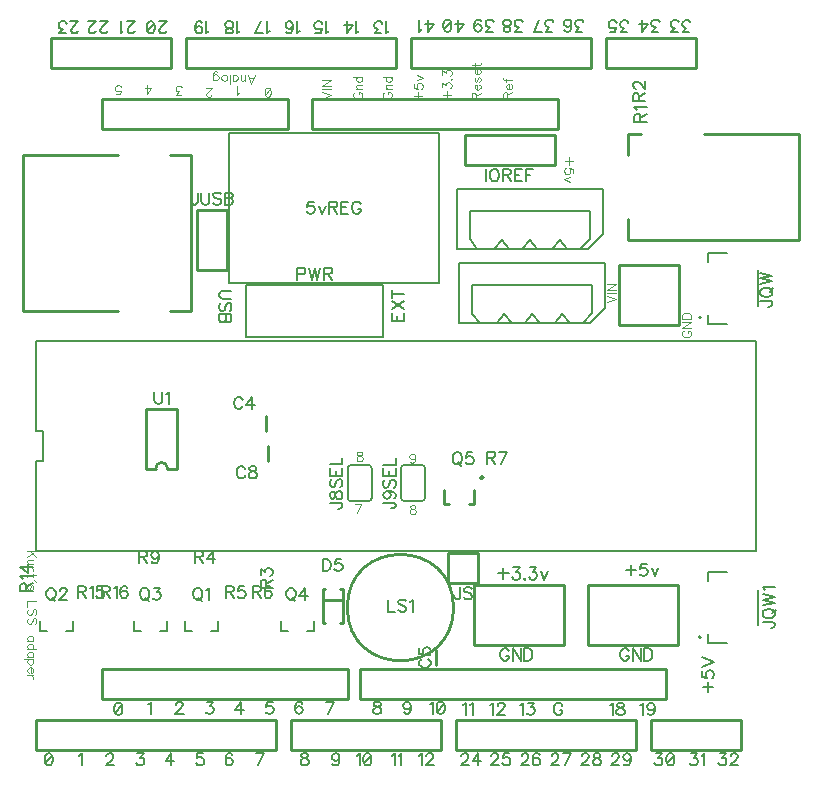
<source format=gto>
G04 DipTrace 3.3.1.3*
G04 T4LSSArduinoShield.gto*
%MOIN*%
G04 #@! TF.FileFunction,Legend,Top*
G04 #@! TF.Part,Single*
%ADD10C,0.009843*%
%ADD21C,0.008*%
%ADD26C,0.005*%
%ADD43C,0.006*%
%ADD124C,0.006176*%
%ADD127C,0.004632*%
%FSLAX26Y26*%
G04*
G70*
G90*
G75*
G01*
G04 TopSilk*
%LPD*%
X1786700Y2024700D2*
D26*
Y2524700D1*
X1086700Y2024700D2*
X1786700D1*
X1086700Y2524700D2*
X1786700D1*
X1086700Y2024700D2*
Y2524700D1*
X1210060Y1583271D2*
D10*
Y1532129D1*
X1778537Y752129D2*
Y803271D1*
X1217060Y1483271D2*
Y1432129D1*
X943700Y2843700D2*
Y2743700D1*
X1643700Y2843700D2*
X943700D1*
X1643700D2*
Y2743700D1*
X943700D1*
X493700Y2843700D2*
Y2743700D1*
X893700Y2843700D2*
X493700D1*
X893700Y2743700D2*
X493700D1*
X893700Y2843700D2*
Y2743700D1*
X443700Y568700D2*
X1243700D1*
X443700Y468700D2*
Y568700D1*
Y468700D2*
X1243700D1*
Y568700D1*
X1793700Y468700D2*
Y568700D1*
X1293700Y468700D2*
X1793700D1*
X1293700Y568700D2*
X1793700D1*
X1293700Y468700D2*
Y568700D1*
X1399235Y891613D2*
Y1005787D1*
X1466165Y891613D2*
Y1005787D1*
X1407133Y891613D2*
X1399235D1*
X1466165D2*
X1458267D1*
X1407133Y1005787D2*
X1399235D1*
X1466165D2*
X1458267D1*
X1466165Y968385D2*
X1399235D1*
X1872830Y2418700D2*
Y2518700D1*
X2172830D1*
Y2418700D2*
Y2518700D1*
X1872830Y2418700D2*
X2172830D1*
X960172Y2453520D2*
Y1933880D1*
X400330D2*
X718432D1*
X891648D2*
X959389D1*
X400330D2*
Y2453520D1*
X718432D1*
X891648D2*
X959389D1*
X1282676Y2539763D2*
X662991D1*
Y2638188D1*
X1282676D1*
Y2539763D1*
X2182676D2*
X1362991D1*
Y2638188D1*
X2182676D1*
Y2539763D1*
X662991Y738188D2*
X1482676D1*
Y639763D1*
X662991D1*
Y738188D1*
X1522991D2*
X2542676D1*
Y639763D1*
X1522991D1*
Y738188D1*
X2416259Y2452996D2*
Y2523872D1*
X2987070Y2169535D2*
X2416201D1*
Y2240410D1*
Y2523872D2*
X2461458D1*
X2670152D2*
X2987070D1*
Y2169535D1*
X1843700Y468700D2*
X2443700D1*
X1843700Y568700D2*
X2443700D1*
X1843700Y468700D2*
Y568700D1*
X2443700Y468700D2*
Y568700D1*
X2493700Y468700D2*
Y568700D1*
X2793700D1*
Y468700D2*
Y568700D1*
X2493700Y468700D2*
X2793700D1*
X2643700Y2843700D2*
Y2743700D1*
X2343700D1*
Y2843700D2*
Y2743700D1*
X2643700Y2843700D2*
X2343700D1*
X2293700D2*
X1693700D1*
X2293700Y2743700D2*
X1693700D1*
X2293700Y2843700D2*
Y2743700D1*
X1693700Y2843700D2*
Y2743700D1*
X1562700Y1408704D2*
D43*
Y1308696D1*
X1482700Y1408704D2*
G02X1492700Y1418700I9997J-1D01*
G01*
Y1298700D2*
G02X1482700Y1308696I-3J9997D01*
G01*
X1552700Y1298700D2*
G03X1562700Y1308696I3J9997D01*
G01*
Y1408704D2*
G03X1552700Y1418700I-9997J-1D01*
G01*
X1492700D1*
X1552700Y1298700D2*
X1492700D1*
X1482700Y1308696D2*
Y1408704D1*
X1740700D2*
Y1308696D1*
X1660700Y1408704D2*
G02X1670700Y1418700I9997J-1D01*
G01*
Y1298700D2*
G02X1660700Y1308696I-3J9997D01*
G01*
X1730700Y1298700D2*
G03X1740700Y1308696I3J9997D01*
G01*
Y1408704D2*
G03X1730700Y1418700I-9997J-1D01*
G01*
X1670700D1*
X1730700Y1298700D2*
X1670700D1*
X1660700Y1308696D2*
Y1408704D1*
X2849800Y1949642D2*
D21*
Y2067758D1*
X2747433Y1890583D2*
X2682475D1*
Y2097287D2*
Y2126817D1*
X2747433D1*
X2682475Y1890583D2*
Y1920113D1*
X2652882Y1910274D2*
G02X2652882Y1910274I4002J0D01*
G01*
X2849800Y884642D2*
Y1002758D1*
X2747433Y825583D2*
X2682475D1*
Y1032287D2*
Y1061817D1*
X2747433D1*
X2682475Y825583D2*
Y855113D1*
X2652882Y845274D2*
G02X2652882Y845274I4002J0D01*
G01*
X1917700Y1125700D2*
D10*
X1817700D1*
X1917700Y1025700D2*
Y1125700D1*
Y1025700D2*
X1817700D1*
Y1125700D1*
X1081700Y2268700D2*
X981700D1*
X1081700Y2068700D2*
Y2268700D1*
Y2068700D2*
X981700D1*
Y2268700D1*
X2392000Y818700D2*
X2583700D1*
X2283700D2*
X2583700D1*
X2283700Y1018700D2*
X2583700D1*
X2283700Y818700D2*
Y1018700D1*
X2583700Y818700D2*
Y1018700D1*
X2012000Y818700D2*
X2203700D1*
X1903700D2*
X2203700D1*
X1903700Y1018700D2*
X2203700D1*
X1903700Y818700D2*
Y1018700D1*
X2203700Y818700D2*
Y1018700D1*
X2385700Y1885700D2*
Y2085700D1*
X2585700Y1885700D2*
X2385700D1*
X2585700Y2085700D2*
X2385700D1*
X2585700Y1885700D2*
Y2085700D1*
X1481535Y943700D2*
G02X1481535Y943700I177165J0D01*
G01*
X2020963Y2139700D2*
D26*
X1995954Y2167700D1*
X1970945Y2139700D1*
X1914688D1*
X1845950D1*
X2333450Y2339700D2*
X1845950D1*
Y2139700D1*
X2064691D2*
X2095940D1*
X2164678D1*
X2214695D1*
X2264713D1*
X2283433D1*
X2333450Y2189700D1*
Y2339700D1*
X2214695Y2139700D2*
X2189686Y2169700D1*
X2164678Y2139700D1*
X2114709D2*
X2089700Y2167700D1*
X2064691Y2139700D1*
X2008434D1*
X1914688D1*
X1889679Y2170960D1*
Y2264700D1*
X2289721D1*
X2289673Y2171700D1*
X2258473Y2139700D1*
X2028963Y1892700D2*
X2003954Y1920700D1*
X1978945Y1892700D1*
X1922688D1*
X1853950D1*
X2341450Y2092700D2*
X1853950D1*
Y1892700D1*
X2072691D2*
X2103940D1*
X2172678D1*
X2222695D1*
X2272713D1*
X2291433D1*
X2341450Y1942700D1*
Y2092700D1*
X2222695Y1892700D2*
X2197686Y1922700D1*
X2172678Y1892700D1*
X2122709D2*
X2097700Y1920700D1*
X2072691Y1892700D1*
X2016434D1*
X1922688D1*
X1897679Y1923960D1*
Y2017700D1*
X2297721D1*
X2297673Y1924700D1*
X2266473Y1892700D1*
X1143763Y2017330D2*
D21*
Y1846070D1*
X1601637D1*
Y2017330D1*
X1143763D1*
X1025793Y866137D2*
X1049414D1*
Y897637D1*
X962804Y866137D2*
X939183D1*
Y897637D1*
X545194Y866137D2*
X568815D1*
Y897637D1*
X482206Y866137D2*
X458585D1*
Y897637D1*
X856793Y866137D2*
X880414D1*
Y897637D1*
X793804Y866137D2*
X770183D1*
Y897637D1*
X1345793Y866137D2*
X1369414D1*
Y897637D1*
X1282804Y866137D2*
X1259183D1*
Y897637D1*
X1925176Y1376661D2*
D10*
G02X1925176Y1376661I4922J0D01*
G01*
X1804075Y1335322D2*
Y1290125D1*
X1904543Y1335322D2*
Y1290125D1*
X1886742D1*
X1821876D2*
X1804075D1*
X913589Y1407273D2*
Y1604127D1*
X811213Y1407273D2*
Y1604127D1*
X913589D2*
X811213D1*
X882095Y1407273D2*
X913589D1*
X842706D2*
X811213D1*
X882095D2*
G03X842706Y1407273I-19694J-9D01*
G01*
X468665Y1433723D2*
D21*
Y1533682D1*
X443700D1*
Y1833700D1*
X2843705D1*
Y1133705D1*
X443700D1*
Y1433723D1*
X468665D1*
X1369904Y2297162D2*
D124*
X1350803D1*
X1348902Y2279962D1*
X1350803Y2281863D1*
X1356551Y2283808D1*
X1362255D1*
X1368003Y2281863D1*
X1371849Y2278060D1*
X1373751Y2272312D1*
Y2268510D1*
X1371849Y2262762D1*
X1368003Y2258915D1*
X1362255Y2257014D1*
X1356551D1*
X1350803Y2258915D1*
X1348902Y2260861D1*
X1346956Y2264663D1*
X1386102Y2283808D2*
X1397598Y2257014D1*
X1409050Y2283808D1*
X1421401Y2278060D2*
X1438601D1*
X1444349Y2280006D1*
X1446295Y2281907D1*
X1448196Y2285710D1*
Y2289556D1*
X1446295Y2293359D1*
X1444349Y2295304D1*
X1438601Y2297206D1*
X1421401D1*
Y2257014D1*
X1434799Y2278060D2*
X1448196Y2257014D1*
X1485397Y2297206D2*
X1460547D1*
Y2257014D1*
X1485397D1*
X1460547Y2278060D2*
X1475846D1*
X1526444Y2287655D2*
X1524543Y2291458D1*
X1520696Y2295304D1*
X1516893Y2297206D1*
X1509244D1*
X1505397Y2295304D1*
X1501595Y2291458D1*
X1499649Y2287655D1*
X1497748Y2281907D1*
Y2272312D1*
X1499649Y2266609D1*
X1501595Y2262762D1*
X1505397Y2258959D1*
X1509244Y2257014D1*
X1516893D1*
X1520696Y2258959D1*
X1524543Y2262762D1*
X1526444Y2266609D1*
Y2272312D1*
X1516893D1*
X1133007Y1636255D2*
X1131106Y1640058D1*
X1127259Y1643905D1*
X1123457Y1645806D1*
X1115807D1*
X1111961Y1643905D1*
X1108158Y1640058D1*
X1106213Y1636255D1*
X1104311Y1630507D1*
Y1620913D1*
X1106213Y1615209D1*
X1108158Y1611362D1*
X1111961Y1607560D1*
X1115807Y1605614D1*
X1123457D1*
X1127259Y1607560D1*
X1131106Y1611362D1*
X1133007Y1615209D1*
X1164504Y1605614D2*
Y1645762D1*
X1145359Y1619011D1*
X1174055D1*
X1729509Y772475D2*
X1725707Y770574D1*
X1721860Y766727D1*
X1719959Y762924D1*
Y755275D1*
X1721860Y751428D1*
X1725707Y747626D1*
X1729509Y745680D1*
X1735257Y743779D1*
X1744852D1*
X1750556Y745680D1*
X1754403Y747626D1*
X1758205Y751428D1*
X1760151Y755275D1*
Y762924D1*
X1758205Y766727D1*
X1754403Y770574D1*
X1750556Y772475D1*
X1720003Y807774D2*
Y788673D1*
X1737203Y786772D1*
X1735302Y788673D1*
X1733356Y794421D1*
Y800125D1*
X1735302Y805873D1*
X1739104Y809720D1*
X1744852Y811621D1*
X1748655D1*
X1754403Y809720D1*
X1758250Y805873D1*
X1760151Y800125D1*
Y794421D1*
X1758250Y788673D1*
X1756304Y786772D1*
X1752502Y784826D1*
X1140980Y1405055D2*
X1139079Y1408857D1*
X1135232Y1412704D1*
X1131429Y1414605D1*
X1123780D1*
X1119933Y1412704D1*
X1116131Y1408857D1*
X1114185Y1405055D1*
X1112284Y1399307D1*
Y1389712D1*
X1114185Y1384008D1*
X1116131Y1380162D1*
X1119933Y1376359D1*
X1123780Y1374413D1*
X1131429D1*
X1135232Y1376359D1*
X1139079Y1380162D1*
X1140980Y1384008D1*
X1162882Y1414561D2*
X1157178Y1412660D1*
X1155233Y1408857D1*
Y1405011D1*
X1157178Y1401208D1*
X1160981Y1399263D1*
X1168630Y1397361D1*
X1174378Y1395460D1*
X1178181Y1391613D1*
X1180082Y1387811D1*
Y1382063D1*
X1178181Y1378260D1*
X1176279Y1376315D1*
X1170531Y1374413D1*
X1162882D1*
X1157178Y1376315D1*
X1155233Y1378260D1*
X1153331Y1382063D1*
Y1387811D1*
X1155233Y1391613D1*
X1159079Y1395460D1*
X1164783Y1397361D1*
X1172433Y1399263D1*
X1176279Y1401208D1*
X1178181Y1405011D1*
Y1408857D1*
X1176279Y1412660D1*
X1170531Y1414561D1*
X1162882D1*
X1399730Y1105704D2*
Y1065512D1*
X1413127D1*
X1418875Y1067457D1*
X1422722Y1071260D1*
X1424623Y1075106D1*
X1426524Y1080810D1*
Y1090405D1*
X1424623Y1096153D1*
X1422722Y1099956D1*
X1418875Y1103802D1*
X1413127Y1105704D1*
X1399730D1*
X1461824Y1105659D2*
X1442722D1*
X1440821Y1088460D1*
X1442722Y1090361D1*
X1448470Y1092306D1*
X1454174D1*
X1459922Y1090361D1*
X1463769Y1086558D1*
X1465670Y1080810D1*
Y1077008D1*
X1463769Y1071260D1*
X1459922Y1067413D1*
X1454174Y1065512D1*
X1448470D1*
X1442722Y1067413D1*
X1440821Y1069358D1*
X1438876Y1073161D1*
X1944560Y2405133D2*
Y2364941D1*
X1968407Y2405133D2*
X1964561Y2403232D1*
X1960758Y2399385D1*
X1958813Y2395582D1*
X1956911Y2389834D1*
Y2380240D1*
X1958813Y2374536D1*
X1960758Y2370689D1*
X1964561Y2366887D1*
X1968407Y2364941D1*
X1976057D1*
X1979859Y2366887D1*
X1983706Y2370689D1*
X1985607Y2374536D1*
X1987509Y2380240D1*
Y2389834D1*
X1985607Y2395582D1*
X1983706Y2399385D1*
X1979859Y2403232D1*
X1976057Y2405133D1*
X1968407D1*
X1999860Y2385988D2*
X2017060D1*
X2022808Y2387933D1*
X2024753Y2389834D1*
X2026655Y2393637D1*
Y2397484D1*
X2024753Y2401286D1*
X2022808Y2403232D1*
X2017060Y2405133D1*
X1999860D1*
Y2364941D1*
X2013257Y2385988D2*
X2026655Y2364941D1*
X2063855Y2405133D2*
X2039006D1*
Y2364941D1*
X2063855D1*
X2039006Y2385988D2*
X2054305D1*
X2101100Y2405133D2*
X2076207D1*
Y2364941D1*
Y2385988D2*
X2091505D1*
X1424122Y1292899D2*
X1454719D1*
X1460467Y1290998D1*
X1462368Y1289052D1*
X1464314Y1285250D1*
Y1281403D1*
X1462368Y1277600D1*
X1460467Y1275699D1*
X1454719Y1273754D1*
X1450916D1*
X1424166Y1314801D2*
X1426067Y1309097D1*
X1429870Y1307152D1*
X1433716D1*
X1437519Y1309097D1*
X1439464Y1312900D1*
X1441366Y1320549D1*
X1443267Y1326297D1*
X1447114Y1330099D1*
X1450916Y1332001D1*
X1456664D1*
X1460467Y1330099D1*
X1462412Y1328198D1*
X1464314Y1322450D1*
Y1314801D1*
X1462412Y1309097D1*
X1460467Y1307151D1*
X1456664Y1305250D1*
X1450916D1*
X1447114Y1307152D1*
X1443267Y1310998D1*
X1441366Y1316702D1*
X1439464Y1324351D1*
X1437519Y1328198D1*
X1433716Y1330099D1*
X1429870D1*
X1426067Y1328198D1*
X1424166Y1322450D1*
Y1314801D1*
X1429870Y1371147D2*
X1426023Y1367344D1*
X1424122Y1361596D1*
Y1353947D1*
X1426023Y1348199D1*
X1429870Y1344352D1*
X1433672D1*
X1437519Y1346298D1*
X1439420Y1348199D1*
X1441321Y1352001D1*
X1445168Y1363497D1*
X1447069Y1367344D1*
X1449015Y1369245D1*
X1452818Y1371147D1*
X1458566D1*
X1462368Y1367344D1*
X1464314Y1361596D1*
Y1353947D1*
X1462368Y1348199D1*
X1458566Y1344352D1*
X1424122Y1408347D2*
Y1383498D1*
X1464314D1*
Y1408347D1*
X1443267Y1383498D2*
Y1398797D1*
X1424122Y1420699D2*
X1464314D1*
Y1443647D1*
X1602122Y1293827D2*
X1632719D1*
X1638467Y1291926D1*
X1640368Y1289981D1*
X1642314Y1286178D1*
Y1282331D1*
X1640368Y1278529D1*
X1638467Y1276628D1*
X1632719Y1274682D1*
X1628916D1*
X1615519Y1331072D2*
X1621267Y1329127D1*
X1625114Y1325324D1*
X1627015Y1319576D1*
Y1317675D1*
X1625114Y1311927D1*
X1621267Y1308124D1*
X1615519Y1306179D1*
X1613618D1*
X1607870Y1308124D1*
X1604067Y1311927D1*
X1602166Y1317675D1*
Y1319576D1*
X1604067Y1325324D1*
X1607870Y1329127D1*
X1615519Y1331072D1*
X1625114D1*
X1634664Y1329127D1*
X1640412Y1325324D1*
X1642314Y1319576D1*
Y1315774D1*
X1640412Y1310025D1*
X1636566Y1308124D1*
X1607870Y1370218D2*
X1604023Y1366416D1*
X1602122Y1360668D1*
Y1353018D1*
X1604023Y1347270D1*
X1607870Y1343424D1*
X1611672D1*
X1615519Y1345369D1*
X1617420Y1347270D1*
X1619321Y1351073D1*
X1623168Y1362569D1*
X1625069Y1366416D1*
X1627015Y1368317D1*
X1630818Y1370218D1*
X1636566D1*
X1640368Y1366416D1*
X1642314Y1360668D1*
Y1353018D1*
X1640368Y1347270D1*
X1636566Y1343424D1*
X1602122Y1407419D2*
Y1382570D1*
X1642314D1*
Y1407419D1*
X1621267Y1382570D2*
Y1397868D1*
X1602122Y1419770D2*
X1642314D1*
Y1442718D1*
X2857547Y1966455D2*
X2888144D1*
X2893892Y1964554D1*
X2895793Y1962609D1*
X2897739Y1958806D1*
Y1954959D1*
X2895793Y1951157D1*
X2893892Y1949255D1*
X2888144Y1947310D1*
X2884341D1*
X2857547Y1990303D2*
X2859404Y1986500D1*
X2863251Y1982653D1*
X2867097Y1980752D1*
X2872845Y1978807D1*
X2882396D1*
X2888144Y1980752D1*
X2891947Y1982653D1*
X2895793Y1986500D1*
X2897695Y1990303D1*
Y1997952D1*
X2895793Y2001799D1*
X2891947Y2005601D1*
X2888144Y2007503D1*
X2882396Y2009448D1*
X2872845D1*
X2867097Y2007503D1*
X2863251Y2005601D1*
X2859404Y2001799D1*
X2857547Y1997952D1*
Y1990303D1*
X2890045Y1996051D2*
X2901541Y2007503D1*
X2857547Y2021799D2*
X2897739Y2031394D1*
X2857547Y2040945D1*
X2897739Y2050495D1*
X2857547Y2060090D1*
X2866322Y895482D2*
X2896919D1*
X2902667Y893581D1*
X2904569Y891635D1*
X2906514Y887833D1*
Y883986D1*
X2904569Y880184D1*
X2902667Y878282D1*
X2896919Y876337D1*
X2893117D1*
X2866322Y919330D2*
X2868179Y915527D1*
X2872026Y911680D1*
X2875873Y909779D1*
X2881621Y907834D1*
X2891171D1*
X2896919Y909779D1*
X2900722Y911680D1*
X2904569Y915527D1*
X2906470Y919330D1*
Y926979D1*
X2904569Y930826D1*
X2900722Y934628D1*
X2896919Y936529D1*
X2891171Y938475D1*
X2881621D1*
X2875873Y936529D1*
X2872026Y934628D1*
X2868179Y930826D1*
X2866322Y926979D1*
Y919330D1*
X2898821Y925078D2*
X2910317Y936529D1*
X2866322Y950826D2*
X2906514Y960421D1*
X2866322Y969972D1*
X2906514Y979522D1*
X2866322Y989117D1*
X2874016Y1001468D2*
X2872070Y1005315D1*
X2866366Y1011063D1*
X2906514D1*
X1857700Y1012133D2*
Y981536D1*
X1855798Y975788D1*
X1853853Y973887D1*
X1850050Y971941D1*
X1846204D1*
X1842401Y973887D1*
X1840500Y975788D1*
X1838554Y981536D1*
Y985338D1*
X1896846Y1006385D2*
X1893043Y1010232D1*
X1887295Y1012133D1*
X1879646D1*
X1873898Y1010232D1*
X1870051Y1006385D1*
Y1002582D1*
X1871997Y998736D1*
X1873898Y996834D1*
X1877700Y994933D1*
X1889196Y991086D1*
X1893043Y989185D1*
X1894944Y987240D1*
X1896846Y983437D1*
Y977689D1*
X1893043Y973887D1*
X1887295Y971941D1*
X1879646D1*
X1873898Y973887D1*
X1870051Y977689D1*
X982554Y2327278D2*
Y2296681D1*
X980652Y2290933D1*
X978707Y2289032D1*
X974904Y2287086D1*
X971058D1*
X967255Y2289032D1*
X965354Y2290933D1*
X963408Y2296681D1*
Y2300484D1*
X994905Y2327278D2*
Y2298583D1*
X996806Y2292834D1*
X1000653Y2289032D1*
X1006401Y2287086D1*
X1010204D1*
X1015952Y2289032D1*
X1019798Y2292834D1*
X1021700Y2298583D1*
Y2327278D1*
X1060846Y2321530D2*
X1057043Y2325377D1*
X1051295Y2327278D1*
X1043646D1*
X1037898Y2325377D1*
X1034051Y2321530D1*
Y2317728D1*
X1035997Y2313881D1*
X1037898Y2311980D1*
X1041700Y2310079D1*
X1053196Y2306232D1*
X1057043Y2304331D1*
X1058944Y2302385D1*
X1060846Y2298583D1*
Y2292834D1*
X1057043Y2289032D1*
X1051295Y2287086D1*
X1043646D1*
X1037898Y2289032D1*
X1034051Y2292834D1*
X1073197Y2327278D2*
Y2287086D1*
X1090441D1*
X1096189Y2289032D1*
X1098091Y2290933D1*
X1099992Y2294736D1*
Y2300484D1*
X1098091Y2304331D1*
X1096189Y2306232D1*
X1090441Y2308133D1*
X1096189Y2310079D1*
X1098091Y2311980D1*
X1099992Y2315782D1*
Y2319629D1*
X1098091Y2323432D1*
X1096189Y2325377D1*
X1090441Y2327278D1*
X1073197D1*
Y2308133D2*
X1090441D1*
X1616680Y970206D2*
Y930014D1*
X1639628D1*
X1678774Y964458D2*
X1674971Y968304D1*
X1669223Y970206D1*
X1661574D1*
X1655826Y968304D1*
X1651979Y964458D1*
Y960655D1*
X1653925Y956808D1*
X1655826Y954907D1*
X1659629Y953006D1*
X1671125Y949159D1*
X1674971Y947258D1*
X1676873Y945312D1*
X1678774Y941510D1*
Y935762D1*
X1674971Y931959D1*
X1669223Y930014D1*
X1661574D1*
X1655826Y931959D1*
X1651979Y935762D1*
X1691125Y962512D2*
X1694972Y964458D1*
X1700720Y970162D1*
Y930014D1*
X1314409Y2054862D2*
X1331653D1*
X1337356Y2056763D1*
X1339302Y2058709D1*
X1341203Y2062511D1*
Y2068259D1*
X1339302Y2072062D1*
X1337356Y2074007D1*
X1331653Y2075908D1*
X1314409D1*
Y2035716D1*
X1353555Y2075908D2*
X1363149Y2035716D1*
X1372700Y2075908D1*
X1382251Y2035716D1*
X1391845Y2075908D1*
X1404197Y2056763D2*
X1421397D1*
X1427145Y2058709D1*
X1429090Y2060610D1*
X1430991Y2064412D1*
Y2068259D1*
X1429090Y2072062D1*
X1427145Y2074007D1*
X1421397Y2075908D1*
X1404197D1*
Y2035716D1*
X1417594Y2056763D2*
X1430991Y2035716D1*
X979501Y1009365D2*
X975698Y1007508D1*
X971851Y1003661D1*
X969950Y999814D1*
X968005Y994066D1*
Y984516D1*
X969950Y978768D1*
X971851Y974965D1*
X975698Y971119D1*
X979501Y969217D1*
X987150D1*
X990997Y971119D1*
X994799Y974965D1*
X996701Y978768D1*
X998646Y984516D1*
Y994066D1*
X996701Y999814D1*
X994799Y1003661D1*
X990997Y1007508D1*
X987150Y1009365D1*
X979501D1*
X985249Y976867D2*
X996701Y965371D1*
X1010997Y1001672D2*
X1014844Y1003617D1*
X1020592Y1009321D1*
Y969173D1*
X490302Y1009365D2*
X486500Y1007508D1*
X482653Y1003661D1*
X480752Y999814D1*
X478806Y994066D1*
Y984516D1*
X480752Y978768D1*
X482653Y974965D1*
X486500Y971119D1*
X490302Y969217D1*
X497952D1*
X501798Y971119D1*
X505601Y974965D1*
X507502Y978768D1*
X509448Y984516D1*
Y994066D1*
X507502Y999814D1*
X505601Y1003661D1*
X501798Y1007508D1*
X497952Y1009365D1*
X490302D1*
X496050Y976867D2*
X507502Y965371D1*
X523745Y999770D2*
Y1001672D1*
X525646Y1005518D1*
X527547Y1007420D1*
X531394Y1009321D1*
X539043D1*
X542846Y1007420D1*
X544747Y1005518D1*
X546692Y1001672D1*
Y997869D1*
X544747Y994022D1*
X540944Y988318D1*
X521799Y969173D1*
X548594D1*
X801901Y1009365D2*
X798098Y1007508D1*
X794251Y1003661D1*
X792350Y999814D1*
X790405Y994066D1*
Y984516D1*
X792350Y978768D1*
X794251Y974965D1*
X798098Y971119D1*
X801901Y969217D1*
X809550D1*
X813397Y971119D1*
X817199Y974965D1*
X819101Y978768D1*
X821046Y984516D1*
Y994066D1*
X819101Y999814D1*
X817199Y1003661D1*
X813397Y1007508D1*
X809550Y1009365D1*
X801901D1*
X807649Y976867D2*
X819101Y965371D1*
X837244Y1009321D2*
X858247D1*
X846795Y994022D1*
X852543D1*
X856345Y992121D1*
X858247Y990220D1*
X860192Y984472D1*
Y980669D1*
X858247Y974921D1*
X854444Y971074D1*
X848696Y969173D1*
X842948D1*
X837244Y971074D1*
X835343Y973020D1*
X833398Y976822D1*
X1289950Y1009365D2*
X1286148Y1007508D1*
X1282301Y1003661D1*
X1280400Y999814D1*
X1278454Y994066D1*
Y984516D1*
X1280400Y978768D1*
X1282301Y974965D1*
X1286148Y971119D1*
X1289950Y969217D1*
X1297599D1*
X1301446Y971119D1*
X1305249Y974965D1*
X1307150Y978768D1*
X1309095Y984516D1*
Y994066D1*
X1307150Y999814D1*
X1305249Y1003661D1*
X1301446Y1007508D1*
X1297599Y1009365D1*
X1289950D1*
X1295698Y976867D2*
X1307150Y965371D1*
X1340592Y969173D2*
Y1009321D1*
X1321447Y982570D1*
X1350143D1*
X1844195Y1460869D2*
X1840392Y1459012D1*
X1836545Y1455165D1*
X1834644Y1451318D1*
X1832699Y1445570D1*
Y1436020D1*
X1834644Y1430272D1*
X1836545Y1426469D1*
X1840392Y1422622D1*
X1844195Y1420721D1*
X1851844D1*
X1855691Y1422622D1*
X1859493Y1426469D1*
X1861395Y1430272D1*
X1863340Y1436020D1*
Y1445570D1*
X1861395Y1451318D1*
X1859493Y1455165D1*
X1855691Y1459012D1*
X1851844Y1460869D1*
X1844195D1*
X1849943Y1428371D2*
X1861395Y1416874D1*
X1898639Y1460825D2*
X1879538D1*
X1877637Y1443625D1*
X1879538Y1445526D1*
X1885286Y1447472D1*
X1890990D1*
X1896738Y1445526D1*
X1900585Y1441724D1*
X1902486Y1435976D1*
Y1432173D1*
X1900585Y1426425D1*
X1896738Y1422578D1*
X1890990Y1420677D1*
X1885286D1*
X1879538Y1422578D1*
X1877637Y1424524D1*
X1875691Y1428326D1*
X2458003Y2563330D2*
Y2580530D1*
X2456057Y2586278D1*
X2454156Y2588223D1*
X2450354Y2590124D1*
X2446507D1*
X2442704Y2588223D1*
X2440759Y2586278D1*
X2438858Y2580530D1*
Y2563330D1*
X2479050D1*
X2458003Y2576727D2*
X2479050Y2590124D1*
X2446551Y2602476D2*
X2444606Y2606322D1*
X2438902Y2612071D1*
X2479050Y2612070D1*
X2453806Y2632730D2*
Y2649930D1*
X2451861Y2655678D1*
X2449959Y2657623D1*
X2446157Y2659524D1*
X2442310D1*
X2438507Y2657623D1*
X2436562Y2655678D1*
X2434661Y2649930D1*
Y2632730D1*
X2474853D1*
X2453806Y2646127D2*
X2474853Y2659524D1*
X2444256Y2673821D2*
X2442354D1*
X2438507Y2675723D1*
X2436606Y2677624D1*
X2434705Y2681471D1*
Y2689120D1*
X2436606Y2692922D1*
X2438507Y2694824D1*
X2442354Y2696769D1*
X2446157D1*
X2450004Y2694824D1*
X2455707Y2691021D1*
X2474853Y2671876D1*
Y2698670D1*
X1211873Y1009730D2*
Y1026930D1*
X1209928Y1032678D1*
X1208027Y1034623D1*
X1204224Y1036524D1*
X1200377D1*
X1196575Y1034623D1*
X1194629Y1032678D1*
X1192728Y1026930D1*
Y1009730D1*
X1232920D1*
X1211873Y1023127D2*
X1232920Y1036524D1*
X1192772Y1052723D2*
Y1073725D1*
X1208071Y1062273D1*
Y1068021D1*
X1209972Y1071824D1*
X1211873Y1073725D1*
X1217621Y1075670D1*
X1221424D1*
X1227172Y1073725D1*
X1231019Y1069922D1*
X1232920Y1064174D1*
Y1058426D1*
X1231019Y1052722D1*
X1229073Y1050821D1*
X1225271Y1048876D1*
X974377Y1112661D2*
X991577D1*
X997325Y1114606D1*
X999271Y1116507D1*
X1001172Y1120310D1*
Y1124157D1*
X999271Y1127959D1*
X997325Y1129905D1*
X991577Y1131806D1*
X974377D1*
Y1091614D1*
X987775Y1112661D2*
X1001172Y1091614D1*
X1032669D2*
Y1131762D1*
X1013523Y1105011D1*
X1042219D1*
X1076730Y996125D2*
X1093930D1*
X1099678Y998071D1*
X1101623Y999972D1*
X1103524Y1003775D1*
Y1007621D1*
X1101623Y1011424D1*
X1099678Y1013369D1*
X1093930Y1015271D1*
X1076730D1*
Y975079D1*
X1090127Y996125D2*
X1103524Y975079D1*
X1138824Y1015226D2*
X1119722D1*
X1117821Y998026D1*
X1119722Y999928D1*
X1125470Y1001873D1*
X1131174D1*
X1136922Y999928D1*
X1140769Y996125D1*
X1142670Y990377D1*
Y986575D1*
X1140769Y980827D1*
X1136922Y976980D1*
X1131174Y975079D1*
X1125470D1*
X1119722Y976980D1*
X1117821Y978925D1*
X1115876Y982728D1*
X1166702Y996125D2*
X1183902D1*
X1189650Y998071D1*
X1191596Y999972D1*
X1193497Y1003775D1*
Y1007621D1*
X1191596Y1011424D1*
X1189650Y1013369D1*
X1183902Y1015271D1*
X1166702D1*
Y975079D1*
X1180100Y996125D2*
X1193497Y975079D1*
X1228796Y1009523D2*
X1226895Y1013325D1*
X1221147Y1015226D1*
X1217345D1*
X1211596Y1013325D1*
X1207750Y1007577D1*
X1205848Y998026D1*
Y988476D1*
X1207750Y980827D1*
X1211596Y976980D1*
X1217345Y975079D1*
X1219246D1*
X1224950Y976980D1*
X1228796Y980827D1*
X1230698Y986575D1*
Y988476D1*
X1228796Y994224D1*
X1224950Y998026D1*
X1219246Y999928D1*
X1217345D1*
X1211596Y998026D1*
X1207750Y994224D1*
X1205848Y988476D1*
X1948730Y1443724D2*
X1965930D1*
X1971678Y1445669D1*
X1973623Y1447570D1*
X1975524Y1451373D1*
Y1455220D1*
X1973623Y1459022D1*
X1971678Y1460968D1*
X1965930Y1462869D1*
X1948730D1*
Y1422677D1*
X1962127Y1443724D2*
X1975524Y1422677D1*
X1995525D2*
X2014670Y1462825D1*
X1987876D1*
X788279Y1112661D2*
X805479D1*
X811227Y1114606D1*
X813172Y1116507D1*
X815073Y1120310D1*
Y1124157D1*
X813172Y1127959D1*
X811227Y1129905D1*
X805479Y1131806D1*
X788279D1*
Y1091614D1*
X801676Y1112661D2*
X815073Y1091614D1*
X852318Y1118409D2*
X850373Y1112661D1*
X846570Y1108814D1*
X840822Y1106913D1*
X838921D1*
X833173Y1108814D1*
X829370Y1112661D1*
X827425Y1118409D1*
Y1120310D1*
X829370Y1126058D1*
X833173Y1129861D1*
X838921Y1131762D1*
X840822D1*
X846570Y1129861D1*
X850373Y1126058D1*
X852318Y1118409D1*
Y1108814D1*
X850373Y1099263D1*
X846570Y1093515D1*
X840822Y1091614D1*
X837020D1*
X831272Y1093515D1*
X829370Y1097362D1*
X411275Y998806D2*
Y1016006D1*
X409329Y1021754D1*
X407428Y1023699D1*
X403626Y1025601D1*
X399779D1*
X395976Y1023699D1*
X394031Y1021754D1*
X392129Y1016006D1*
Y998806D1*
X432321D1*
X411275Y1012203D2*
X432321Y1025601D1*
X399823Y1037952D2*
X397878Y1041799D1*
X392174Y1047547D1*
X432321D1*
Y1079044D2*
X392174D1*
X418924Y1059898D1*
Y1088594D1*
X583757Y996125D2*
X600956D1*
X606704Y998071D1*
X608650Y999972D1*
X610551Y1003775D1*
Y1007621D1*
X608650Y1011424D1*
X606704Y1013369D1*
X600956Y1015271D1*
X583757D1*
Y975079D1*
X597154Y996125D2*
X610551Y975079D1*
X622903Y1007577D2*
X626749Y1009523D1*
X632497Y1015226D1*
Y975079D1*
X667797Y1015226D2*
X648696D1*
X646794Y998026D1*
X648696Y999928D1*
X654444Y1001873D1*
X660147D1*
X665895Y999928D1*
X669742Y996125D1*
X671643Y990377D1*
Y986575D1*
X669742Y980827D1*
X665895Y976980D1*
X660147Y975079D1*
X654444D1*
X648696Y976980D1*
X646794Y978925D1*
X644849Y982728D1*
X663729Y996125D2*
X680929D1*
X686677Y998071D1*
X688623Y999972D1*
X690524Y1003775D1*
Y1007621D1*
X688623Y1011424D1*
X686677Y1013369D1*
X680929Y1015271D1*
X663729D1*
Y975079D1*
X677127Y996125D2*
X690524Y975079D1*
X702875Y1007577D2*
X706722Y1009523D1*
X712470Y1015226D1*
Y975079D1*
X747769Y1009523D2*
X745868Y1013325D1*
X740120Y1015226D1*
X736318D1*
X730570Y1013325D1*
X726723Y1007577D1*
X724822Y998026D1*
Y988476D1*
X726723Y980827D1*
X730570Y976980D1*
X736318Y975079D1*
X738219D1*
X743923Y976980D1*
X747769Y980827D1*
X749671Y986575D1*
Y988476D1*
X747769Y994224D1*
X743923Y998026D1*
X738219Y999928D1*
X736318D1*
X730570Y998026D1*
X726723Y994224D1*
X724822Y988476D1*
X838030Y1662706D2*
Y1634010D1*
X839932Y1628262D1*
X843778Y1624459D1*
X849526Y1622514D1*
X853329D1*
X859077Y1624459D1*
X862924Y1628262D1*
X864825Y1634010D1*
Y1662706D1*
X877176Y1655012D2*
X881023Y1656958D1*
X886771Y1662661D1*
Y1622514D1*
X716924Y626448D2*
X711176Y624547D1*
X707330Y618799D1*
X705428Y609249D1*
Y603501D1*
X707330Y593950D1*
X711176Y588202D1*
X716924Y586301D1*
X720727D1*
X726475Y588202D1*
X730277Y593950D1*
X732223Y603501D1*
Y609249D1*
X730277Y618799D1*
X726475Y624547D1*
X720727Y626448D1*
X716924D1*
X730277Y618799D2*
X707330Y593950D1*
X818928Y621799D2*
X822775Y623745D1*
X828523Y629448D1*
Y589301D1*
X910874Y619898D2*
Y621799D1*
X912775Y625646D1*
X914676Y627547D1*
X918523Y629448D1*
X926172D1*
X929975Y627547D1*
X931876Y625646D1*
X933822Y621799D1*
Y617997D1*
X931876Y614150D1*
X928074Y608446D1*
X908928Y589301D1*
X935723D1*
X1127074D2*
Y629448D1*
X1107928Y602698D1*
X1136624D1*
X1232376Y629448D2*
X1213275D1*
X1211374Y612249D1*
X1213275Y614150D1*
X1219023Y616095D1*
X1224727D1*
X1230475Y614150D1*
X1234322Y610347D1*
X1236223Y604599D1*
Y600797D1*
X1234322Y595049D1*
X1230475Y591202D1*
X1224727Y589301D1*
X1219023D1*
X1213275Y591202D1*
X1211374Y593147D1*
X1209428Y596950D1*
X1330876Y623745D2*
X1328975Y627547D1*
X1323227Y629448D1*
X1319424D1*
X1313676Y627547D1*
X1309830Y621799D1*
X1307928Y612249D1*
Y602698D1*
X1309830Y595049D1*
X1313676Y591202D1*
X1319424Y589301D1*
X1321326D1*
X1327029Y591202D1*
X1330876Y595049D1*
X1332777Y600797D1*
Y602698D1*
X1330876Y608446D1*
X1327029Y612249D1*
X1321326Y614150D1*
X1319424D1*
X1313676Y612249D1*
X1309830Y608446D1*
X1307928Y602698D1*
X1417078Y589301D2*
X1436223Y629448D1*
X1409428D1*
X1013275D2*
X1034277D1*
X1022826Y614150D1*
X1028574D1*
X1032376Y612249D1*
X1034277Y610347D1*
X1036223Y604599D1*
Y600797D1*
X1034277Y595049D1*
X1030475Y591202D1*
X1024727Y589301D1*
X1018979D1*
X1013275Y591202D1*
X1011374Y593147D1*
X1009428Y596950D1*
X1577479Y629448D2*
X1571775Y627547D1*
X1569830Y623745D1*
Y619898D1*
X1571775Y616095D1*
X1575578Y614150D1*
X1583227Y612249D1*
X1588975Y610347D1*
X1592777Y606501D1*
X1594679Y602698D1*
Y596950D1*
X1592777Y593147D1*
X1590876Y591202D1*
X1585128Y589301D1*
X1577479D1*
X1571775Y591202D1*
X1569830Y593147D1*
X1567928Y596950D1*
Y602698D1*
X1569830Y606501D1*
X1573676Y610347D1*
X1579380Y612249D1*
X1587029Y614150D1*
X1590876Y616095D1*
X1592777Y619898D1*
Y623745D1*
X1590876Y627547D1*
X1585128Y629448D1*
X1577479D1*
X1693822Y616095D2*
X1691876Y610347D1*
X1688074Y606501D1*
X1682326Y604599D1*
X1680424D1*
X1674676Y606501D1*
X1670874Y610347D1*
X1668928Y616095D1*
Y617997D1*
X1670874Y623745D1*
X1674676Y627547D1*
X1680424Y629448D1*
X1682326D1*
X1688074Y627547D1*
X1691876Y623745D1*
X1693822Y616095D1*
Y606501D1*
X1691876Y596950D1*
X1688074Y591202D1*
X1682326Y589301D1*
X1678523D1*
X1672775Y591202D1*
X1670874Y595049D1*
X1757428Y621799D2*
X1761275Y623745D1*
X1767023Y629448D1*
Y589301D1*
X1790871Y629448D2*
X1785122Y627547D1*
X1781276Y621799D1*
X1779374Y612249D1*
Y606501D1*
X1781276Y596950D1*
X1785122Y591202D1*
X1790871Y589301D1*
X1794673D1*
X1800421Y591202D1*
X1804224Y596950D1*
X1806169Y606501D1*
Y612249D1*
X1804224Y621799D1*
X1800421Y627547D1*
X1794673Y629448D1*
X1790871D1*
X1804224Y621799D2*
X1781276Y596950D1*
X1868428Y618799D2*
X1872275Y620745D1*
X1878023Y626448D1*
Y586301D1*
X1890374Y618799D2*
X1894221Y620745D1*
X1899969Y626448D1*
Y586301D1*
X1958928Y618799D2*
X1962775Y620745D1*
X1968523Y626448D1*
Y586301D1*
X1982820Y616898D2*
Y618799D1*
X1984721Y622646D1*
X1986622Y624547D1*
X1990469Y626448D1*
X1998119D1*
X2001921Y624547D1*
X2003822Y622646D1*
X2005768Y618799D1*
Y614997D1*
X2003822Y611150D1*
X2000020Y605446D1*
X1980874Y586301D1*
X2007669D1*
X2518555Y2863721D2*
X2497553D1*
X2509005Y2879019D1*
X2503257D1*
X2499454Y2880921D1*
X2497553Y2882822D1*
X2495607Y2888570D1*
Y2892372D1*
X2497553Y2898120D1*
X2501355Y2901967D1*
X2507104Y2903868D1*
X2512852D1*
X2518555Y2901967D1*
X2520457Y2900022D1*
X2522402Y2896219D1*
X2464111Y2903868D2*
Y2863721D1*
X2483256Y2890471D1*
X2454560D1*
X2414605Y2860770D2*
X2393603Y2860771D1*
X2405055Y2876069D1*
X2399307D1*
X2395504Y2877970D1*
X2393603Y2879872D1*
X2391657Y2885620D1*
Y2889422D1*
X2393603Y2895170D1*
X2397405Y2899017D1*
X2403153Y2900918D1*
X2408901D1*
X2414605Y2899017D1*
X2416506Y2897072D1*
X2418452Y2893269D1*
X2356358Y2860771D2*
X2375459D1*
X2377360Y2877970D1*
X2375459Y2876069D1*
X2369711Y2874124D1*
X2364007D1*
X2358259Y2876069D1*
X2354413Y2879872D1*
X2352511Y2885620D1*
Y2889422D1*
X2354413Y2895170D1*
X2358259Y2899017D1*
X2364007Y2900918D1*
X2369711D1*
X2375459Y2899017D1*
X2377360Y2897072D1*
X2379306Y2893269D1*
X583610Y2867101D2*
Y2865199D1*
X581709Y2861353D1*
X579808Y2859451D1*
X575961Y2857550D1*
X568312D1*
X564509Y2859451D1*
X562608Y2861353D1*
X560662Y2865199D1*
Y2869002D1*
X562608Y2872849D1*
X566410Y2878552D1*
X585556Y2897698D1*
X558761D1*
X542563Y2857550D2*
X521560D1*
X533012Y2872849D1*
X527264D1*
X523462Y2874750D1*
X521560Y2876651D1*
X519615Y2882399D1*
Y2886202D1*
X521560Y2891950D1*
X525363Y2895797D1*
X531111Y2897698D1*
X536859D1*
X542563Y2895797D1*
X544464Y2893851D1*
X546410Y2890049D1*
X2002114Y1074574D2*
Y1040130D1*
X1984914Y1057330D2*
X2019358D1*
X2035556Y1077426D2*
X2056558D1*
X2045107Y1062127D1*
X2050855D1*
X2054657Y1060226D1*
X2056558Y1058325D1*
X2058504Y1052577D1*
Y1048774D1*
X2056558Y1043026D1*
X2052756Y1039180D1*
X2047008Y1037278D1*
X2041260D1*
X2035556Y1039180D1*
X2033655Y1041125D1*
X2031709Y1044928D1*
X2072757Y1041125D2*
X2070855Y1039180D1*
X2072757Y1037278D1*
X2074702Y1039180D1*
X2072757Y1041125D1*
X2090900Y1077426D2*
X2111903D1*
X2100451Y1062127D1*
X2106199D1*
X2110001Y1060226D1*
X2111903Y1058325D1*
X2113848Y1052577D1*
Y1048774D1*
X2111903Y1043026D1*
X2108100Y1039180D1*
X2102352Y1037278D1*
X2096604D1*
X2090900Y1039180D1*
X2088999Y1041125D1*
X2087053Y1044928D1*
X2126199Y1064073D2*
X2137696Y1037278D1*
X2149147Y1064073D1*
X681610Y2867101D2*
Y2865199D1*
X679709Y2861353D1*
X677808Y2859451D1*
X673961Y2857550D1*
X666312D1*
X662509Y2859451D1*
X660608Y2861353D1*
X658662Y2865199D1*
Y2869002D1*
X660608Y2872849D1*
X664410Y2878552D1*
X683556Y2897698D1*
X656761D1*
X642464Y2867101D2*
Y2865199D1*
X640563Y2861353D1*
X638662Y2859451D1*
X634815Y2857550D1*
X627165D1*
X623363Y2859451D1*
X621462Y2861353D1*
X619516Y2865199D1*
Y2869002D1*
X621462Y2872849D1*
X625264Y2878552D1*
X644410Y2897698D1*
X617615D1*
X772610Y2867101D2*
Y2865199D1*
X770709Y2861353D1*
X768808Y2859451D1*
X764961Y2857550D1*
X757312D1*
X753509Y2859451D1*
X751608Y2861353D1*
X749662Y2865199D1*
Y2869002D1*
X751608Y2872849D1*
X755410Y2878552D1*
X774556Y2897698D1*
X747761D1*
X735410Y2865199D2*
X731563Y2863254D1*
X725815Y2857550D1*
Y2897698D1*
X877610Y2867101D2*
Y2865199D1*
X875709Y2861353D1*
X873808Y2859451D1*
X869961Y2857550D1*
X862312D1*
X858509Y2859451D1*
X856608Y2861353D1*
X854662Y2865199D1*
Y2869002D1*
X856608Y2872849D1*
X860410Y2878552D1*
X879556Y2897698D1*
X852761D1*
X828914Y2857550D2*
X834662Y2859451D1*
X838508Y2865199D1*
X840410Y2874750D1*
Y2880498D1*
X838508Y2890049D1*
X834662Y2895797D1*
X828914Y2897698D1*
X825111D1*
X819363Y2895797D1*
X815560Y2890049D1*
X813615Y2880498D1*
Y2874750D1*
X815560Y2865199D1*
X819363Y2859451D1*
X825111Y2857550D1*
X828914D1*
X815560Y2865199D2*
X838508Y2890049D1*
X1020556Y2865199D2*
X1016709Y2863254D1*
X1010961Y2857550D1*
Y2897698D1*
X973716Y2870903D2*
X975662Y2876651D1*
X979464Y2880498D1*
X985212Y2882399D1*
X987113D1*
X992861Y2880498D1*
X996664Y2876651D1*
X998609Y2870903D1*
Y2869002D1*
X996664Y2863254D1*
X992861Y2859451D1*
X987113Y2857550D1*
X985212D1*
X979464Y2859451D1*
X975662Y2863254D1*
X973716Y2870903D1*
Y2880498D1*
X975662Y2890049D1*
X979464Y2895797D1*
X985212Y2897698D1*
X989015D1*
X994763Y2895797D1*
X996664Y2891950D1*
X1123556Y2865199D2*
X1119709Y2863254D1*
X1113961Y2857550D1*
Y2897698D1*
X1092059Y2857550D2*
X1097763Y2859451D1*
X1099708Y2863254D1*
Y2867101D1*
X1097763Y2870903D1*
X1093960Y2872849D1*
X1086311Y2874750D1*
X1080563Y2876651D1*
X1076760Y2880498D1*
X1074859Y2884301D1*
Y2890049D1*
X1076760Y2893851D1*
X1078662Y2895797D1*
X1084410Y2897698D1*
X1092059D1*
X1097763Y2895797D1*
X1099708Y2893851D1*
X1101609Y2890049D1*
Y2884301D1*
X1099708Y2880498D1*
X1095861Y2876651D1*
X1090158Y2874750D1*
X1082508Y2872849D1*
X1078662Y2870903D1*
X1076760Y2867101D1*
Y2863254D1*
X1078662Y2859451D1*
X1084410Y2857550D1*
X1092059D1*
X1222556Y2865199D2*
X1218709Y2863254D1*
X1212961Y2857550D1*
Y2897698D1*
X1192960D2*
X1173815Y2857550D1*
X1200609D1*
X1322556Y2865199D2*
X1318709Y2863254D1*
X1312961Y2857550D1*
Y2897698D1*
X1277662Y2863254D2*
X1279563Y2859451D1*
X1285311Y2857550D1*
X1289113D1*
X1294861Y2859451D1*
X1298708Y2865199D1*
X1300609Y2874750D1*
Y2884301D1*
X1298708Y2891950D1*
X1294861Y2895797D1*
X1289113Y2897698D1*
X1287212D1*
X1281508Y2895797D1*
X1277662Y2891950D1*
X1275760Y2886202D1*
Y2884301D1*
X1277662Y2878552D1*
X1281508Y2874750D1*
X1287212Y2872849D1*
X1289113D1*
X1294861Y2874750D1*
X1298708Y2878552D1*
X1300609Y2884301D1*
X1419556Y2865199D2*
X1415709Y2863254D1*
X1409961Y2857550D1*
Y2897698D1*
X1374662Y2857550D2*
X1393763D1*
X1395664Y2874750D1*
X1393763Y2872849D1*
X1388015Y2870903D1*
X1382311D1*
X1376563Y2872849D1*
X1372716Y2876651D1*
X1370815Y2882399D1*
Y2886202D1*
X1372716Y2891950D1*
X1376563Y2895797D1*
X1382311Y2897698D1*
X1388015D1*
X1393763Y2895797D1*
X1395664Y2893851D1*
X1397609Y2890049D1*
X1521556Y2865199D2*
X1517709Y2863254D1*
X1511961Y2857550D1*
Y2897698D1*
X1480464D2*
Y2857550D1*
X1499609Y2884301D1*
X1470914D1*
X1620556Y2865199D2*
X1616709Y2863254D1*
X1610961Y2857550D1*
Y2897698D1*
X1594763Y2857550D2*
X1573760D1*
X1585212Y2872849D1*
X1579464D1*
X1575662Y2874750D1*
X1573760Y2876651D1*
X1571815Y2882399D1*
Y2886202D1*
X1573760Y2891950D1*
X1577563Y2895797D1*
X1583311Y2897698D1*
X1589059D1*
X1594763Y2895797D1*
X1596664Y2893851D1*
X1598609Y2890049D1*
X1751410Y2903698D2*
Y2863550D1*
X1770556Y2890300D1*
X1741860Y2890301D1*
X1729508Y2871199D2*
X1725662Y2869254D1*
X1719914Y2863550D1*
Y2903698D1*
X1850410D2*
Y2863550D1*
X1869556Y2890300D1*
X1840860Y2890301D1*
X1817012Y2863550D2*
X1822760Y2865451D1*
X1826607Y2871199D1*
X1828508Y2880750D1*
Y2886498D1*
X1826607Y2896049D1*
X1822760Y2901797D1*
X1817012Y2903698D1*
X1813210D1*
X1807462Y2901797D1*
X1803659Y2896049D1*
X1801714Y2886498D1*
Y2880750D1*
X1803659Y2871199D1*
X1807462Y2865451D1*
X1813210Y2863550D1*
X1817012D1*
X1803659Y2871199D2*
X1826607Y2896049D1*
X1965709Y2863550D2*
X1944706D1*
X1956158Y2878849D1*
X1950410D1*
X1946608Y2880750D1*
X1944706Y2882651D1*
X1942761Y2888399D1*
Y2892202D1*
X1944706Y2897950D1*
X1948509Y2901797D1*
X1954257Y2903698D1*
X1960005D1*
X1965709Y2901797D1*
X1967610Y2899851D1*
X1969556Y2896048D1*
X1905516Y2876903D2*
X1907462Y2882651D1*
X1911264Y2886498D1*
X1917012Y2888399D1*
X1918914D1*
X1924662Y2886498D1*
X1928464Y2882651D1*
X1930410Y2876903D1*
Y2875002D1*
X1928464Y2869254D1*
X1924662Y2865451D1*
X1918914Y2863550D1*
X1917012D1*
X1911264Y2865451D1*
X1907462Y2869254D1*
X1905516Y2876903D1*
Y2886498D1*
X1907462Y2896049D1*
X1911264Y2901797D1*
X1917012Y2903698D1*
X1920815D1*
X1926563Y2901797D1*
X1928464Y2897950D1*
X2062709Y2863550D2*
X2041706D1*
X2053158Y2878849D1*
X2047410D1*
X2043608Y2880750D1*
X2041706Y2882651D1*
X2039761Y2888399D1*
Y2892202D1*
X2041706Y2897950D1*
X2045509Y2901797D1*
X2051257Y2903698D1*
X2057005D1*
X2062709Y2901797D1*
X2064610Y2899851D1*
X2066556Y2896048D1*
X2017859Y2863550D2*
X2023563Y2865451D1*
X2025508Y2869254D1*
Y2873101D1*
X2023563Y2876903D1*
X2019760Y2878849D1*
X2012111Y2880750D1*
X2006363Y2882651D1*
X2002560Y2886498D1*
X2000659Y2890301D1*
Y2896049D1*
X2002560Y2899851D1*
X2004462Y2901797D1*
X2010210Y2903698D1*
X2017859D1*
X2023563Y2901797D1*
X2025508Y2899851D1*
X2027410Y2896049D1*
Y2890301D1*
X2025508Y2886498D1*
X2021662Y2882651D1*
X2015958Y2880750D1*
X2008308Y2878849D1*
X2004462Y2876903D1*
X2002560Y2873101D1*
Y2869254D1*
X2004462Y2865451D1*
X2010210Y2863550D1*
X2017859D1*
X2164709D2*
X2143706D1*
X2155158Y2878849D1*
X2149410D1*
X2145608Y2880750D1*
X2143706Y2882651D1*
X2141761Y2888399D1*
Y2892202D1*
X2143706Y2897950D1*
X2147509Y2901797D1*
X2153257Y2903698D1*
X2159005D1*
X2164709Y2901797D1*
X2166610Y2899851D1*
X2168556Y2896048D1*
X2121760Y2903698D2*
X2102615Y2863550D1*
X2129410D1*
X2263709D2*
X2242706D1*
X2254158Y2878849D1*
X2248410D1*
X2244608Y2880750D1*
X2242706Y2882651D1*
X2240761Y2888399D1*
Y2892202D1*
X2242706Y2897950D1*
X2246509Y2901797D1*
X2252257Y2903698D1*
X2258005D1*
X2263709Y2901797D1*
X2265610Y2899851D1*
X2267556Y2896048D1*
X2205462Y2869254D2*
X2207363Y2865451D1*
X2213111Y2863550D1*
X2216914D1*
X2222662Y2865451D1*
X2226508Y2871199D1*
X2228410Y2880750D1*
Y2890301D1*
X2226508Y2897950D1*
X2222662Y2901797D1*
X2216914Y2903698D1*
X2215012D1*
X2209308Y2901797D1*
X2205462Y2897950D1*
X2203560Y2892202D1*
Y2890301D1*
X2205462Y2884552D1*
X2209308Y2880750D1*
X2215012Y2878849D1*
X2216914D1*
X2222662Y2880750D1*
X2226508Y2884553D1*
X2228410Y2890301D1*
X2232437Y2431163D2*
D127*
X2206604D1*
X2219504Y2444062D2*
Y2418230D1*
X2234576Y2391755D2*
Y2406081D1*
X2221676Y2407507D1*
X2223102Y2406081D1*
X2224561Y2401770D1*
Y2397492D1*
X2223102Y2393181D1*
X2220250Y2390296D1*
X2215939Y2388870D1*
X2213087D1*
X2208776Y2390296D1*
X2205891Y2393181D1*
X2204465Y2397492D1*
Y2401770D1*
X2205891Y2406081D1*
X2207350Y2407507D1*
X2210202Y2408966D1*
X2224561Y2379606D2*
X2204465Y2370984D1*
X2224561Y2362396D1*
X1513393Y1258240D2*
X1527752Y1288351D1*
X1507656D1*
X1861824Y448332D2*
D124*
Y450233D1*
X1863725Y454080D1*
X1865626Y455982D1*
X1869473Y457883D1*
X1877122D1*
X1880925Y455982D1*
X1882826Y454080D1*
X1884772Y450233D1*
Y446431D1*
X1882826Y442584D1*
X1879024Y436880D1*
X1859878Y417735D1*
X1886673D1*
X1918170D2*
Y457883D1*
X1899024Y431132D1*
X1927720D1*
X1961395Y448332D2*
Y450233D1*
X1963296Y454080D1*
X1965197Y455982D1*
X1969044Y457883D1*
X1976693D1*
X1980496Y455982D1*
X1982397Y454080D1*
X1984343Y450233D1*
Y446431D1*
X1982397Y442584D1*
X1978595Y436880D1*
X1959449Y417735D1*
X1986244D1*
X2021543Y457883D2*
X2002442D1*
X2000541Y440683D1*
X2002442Y442584D1*
X2008190Y444530D1*
X2013894D1*
X2019642Y442584D1*
X2023489Y438782D1*
X2025390Y433034D1*
Y429231D1*
X2023489Y423483D1*
X2019642Y419636D1*
X2013894Y417735D1*
X2008190D1*
X2002442Y419636D1*
X2000541Y421582D1*
X1998595Y425384D1*
X2062617Y448332D2*
Y450233D1*
X2064518Y454080D1*
X2066419Y455982D1*
X2070266Y457883D1*
X2077915D1*
X2081718Y455982D1*
X2083619Y454080D1*
X2085564Y450233D1*
Y446431D1*
X2083619Y442584D1*
X2079816Y436880D1*
X2060671Y417735D1*
X2087466D1*
X2122765Y452179D2*
X2120864Y455982D1*
X2115116Y457883D1*
X2111313D1*
X2105565Y455982D1*
X2101718Y450233D1*
X2099817Y440683D1*
Y431132D1*
X2101718Y423483D1*
X2105565Y419636D1*
X2111313Y417735D1*
X2113214D1*
X2118918Y419636D1*
X2122765Y423483D1*
X2124666Y429231D1*
Y431132D1*
X2122765Y436880D1*
X2118918Y440683D1*
X2113214Y442584D1*
X2111313D1*
X2105565Y440683D1*
X2101718Y436880D1*
X2099817Y431132D1*
X2162644Y448332D2*
Y450233D1*
X2164545Y454080D1*
X2166447Y455982D1*
X2170293Y457883D1*
X2177943D1*
X2181745Y455982D1*
X2183647Y454080D1*
X2185592Y450233D1*
Y446431D1*
X2183647Y442584D1*
X2179844Y436880D1*
X2160699Y417735D1*
X2187493D1*
X2207494D2*
X2226639Y457883D1*
X2199845D1*
X2263479Y448332D2*
Y450233D1*
X2265380Y454080D1*
X2267281Y455982D1*
X2271128Y457883D1*
X2278777D1*
X2282580Y455982D1*
X2284481Y454080D1*
X2286427Y450233D1*
Y446431D1*
X2284481Y442584D1*
X2280679Y436880D1*
X2261533Y417735D1*
X2288328D1*
X2310230Y457883D2*
X2304526Y455982D1*
X2302581Y452179D1*
Y448332D1*
X2304526Y444530D1*
X2308329Y442584D1*
X2315978Y440683D1*
X2321726Y438782D1*
X2325529Y434935D1*
X2327430Y431132D1*
Y425384D1*
X2325529Y421582D1*
X2323627Y419636D1*
X2317879Y417735D1*
X2310230D1*
X2304526Y419636D1*
X2302581Y421582D1*
X2300679Y425384D1*
Y431132D1*
X2302581Y434935D1*
X2306427Y438782D1*
X2312131Y440683D1*
X2319780Y442584D1*
X2323627Y444530D1*
X2325529Y448332D1*
Y452179D1*
X2323627Y455982D1*
X2317879Y457883D1*
X2310230D1*
X1696819Y1285351D2*
D127*
X1692541Y1283925D1*
X1691082Y1281073D1*
Y1278188D1*
X1692541Y1275336D1*
X1695393Y1273877D1*
X1701130Y1272451D1*
X1705441Y1271025D1*
X1708293Y1268140D1*
X1709719Y1265288D1*
Y1260977D1*
X1708293Y1258125D1*
X1706867Y1256666D1*
X1702556Y1255240D1*
X1696819D1*
X1692541Y1256666D1*
X1691082Y1258125D1*
X1689656Y1260977D1*
Y1265288D1*
X1691082Y1268140D1*
X1693967Y1271025D1*
X1698245Y1272451D1*
X1703982Y1273877D1*
X1706867Y1275336D1*
X1708293Y1278188D1*
Y1281073D1*
X1706867Y1283925D1*
X1702556Y1285351D1*
X1696819D1*
X1519819Y1462351D2*
X1515541Y1460925D1*
X1514082Y1458073D1*
Y1455188D1*
X1515541Y1452336D1*
X1518393Y1450877D1*
X1524130Y1449451D1*
X1528441Y1448025D1*
X1531293Y1445140D1*
X1532719Y1442288D1*
Y1437977D1*
X1531293Y1435125D1*
X1529867Y1433666D1*
X1525556Y1432240D1*
X1519819D1*
X1515541Y1433666D1*
X1514082Y1435125D1*
X1512656Y1437977D1*
Y1442288D1*
X1514082Y1445140D1*
X1516967Y1448025D1*
X1521245Y1449451D1*
X1526982Y1450877D1*
X1529867Y1452336D1*
X1531293Y1455188D1*
Y1458073D1*
X1529867Y1460925D1*
X1525556Y1462351D1*
X1519819D1*
X1707326Y1446336D2*
X1705867Y1442025D1*
X1703015Y1439140D1*
X1698704Y1437714D1*
X1697278D1*
X1692967Y1439140D1*
X1690115Y1442025D1*
X1688656Y1446336D1*
Y1447762D1*
X1690115Y1452073D1*
X1692967Y1454925D1*
X1697278Y1456351D1*
X1698704D1*
X1703015Y1454925D1*
X1705867Y1452073D1*
X1707326Y1446336D1*
Y1439140D1*
X1705867Y1431977D1*
X1703015Y1427666D1*
X1698704Y1426240D1*
X1695852D1*
X1691541Y1427666D1*
X1690115Y1430551D1*
X2363724Y448332D2*
D124*
Y450233D1*
X2365625Y454080D1*
X2367527Y455982D1*
X2371373Y457883D1*
X2379023D1*
X2382825Y455982D1*
X2384727Y454080D1*
X2386672Y450233D1*
Y446431D1*
X2384727Y442584D1*
X2380924Y436880D1*
X2361779Y417735D1*
X2388573D1*
X2425818Y444530D2*
X2423873Y438782D1*
X2420070Y434935D1*
X2414322Y433034D1*
X2412421D1*
X2406673Y434935D1*
X2402870Y438782D1*
X2400925Y444530D1*
Y446431D1*
X2402870Y452179D1*
X2406673Y455982D1*
X2412421Y457883D1*
X2414322D1*
X2420070Y455982D1*
X2423873Y452179D1*
X2425818Y444530D1*
Y434935D1*
X2423873Y425384D1*
X2420070Y419636D1*
X2414322Y417735D1*
X2410520D1*
X2404771Y419636D1*
X2402870Y423483D1*
X2509296Y457883D2*
X2530298D1*
X2518847Y442584D1*
X2524595D1*
X2528397Y440683D1*
X2530298Y438782D1*
X2532244Y433034D1*
Y429231D1*
X2530298Y423483D1*
X2526496Y419636D1*
X2520748Y417735D1*
X2515000D1*
X2509296Y419636D1*
X2507395Y421582D1*
X2505449Y425384D1*
X2556091Y457883D2*
X2550343Y455982D1*
X2546497Y450233D1*
X2544595Y440683D1*
Y434935D1*
X2546497Y425384D1*
X2550343Y419636D1*
X2556091Y417735D1*
X2559894D1*
X2565642Y419636D1*
X2569445Y425384D1*
X2571390Y434935D1*
Y440683D1*
X2569445Y450233D1*
X2565642Y455982D1*
X2559894Y457883D1*
X2556091D1*
X2569445Y450233D2*
X2546497Y425384D1*
X2627145Y457883D2*
X2648148D1*
X2636696Y442584D1*
X2642444D1*
X2646246Y440683D1*
X2648148Y438782D1*
X2650093Y433034D1*
Y429231D1*
X2648148Y423483D1*
X2644345Y419636D1*
X2638597Y417735D1*
X2632849D1*
X2627145Y419636D1*
X2625244Y421582D1*
X2623298Y425384D1*
X2662444Y450233D2*
X2666291Y452179D1*
X2672039Y457883D1*
Y417735D1*
X2722545Y457883D2*
X2743548D1*
X2732096Y442584D1*
X2737844D1*
X2741647Y440683D1*
X2743548Y438782D1*
X2745493Y433034D1*
Y429231D1*
X2743548Y423483D1*
X2739745Y419636D1*
X2733997Y417735D1*
X2728249D1*
X2722545Y419636D1*
X2720644Y421582D1*
X2718699Y425384D1*
X2759790Y448332D2*
Y450233D1*
X2761691Y454080D1*
X2763593Y455982D1*
X2767439Y457883D1*
X2775089D1*
X2778891Y455982D1*
X2780793Y454080D1*
X2782738Y450233D1*
Y446431D1*
X2780793Y442584D1*
X2776990Y436880D1*
X2757845Y417735D1*
X2784639D1*
X2621605Y2861770D2*
X2600603Y2861771D1*
X2612055Y2877069D1*
X2606307D1*
X2602504Y2878970D1*
X2600603Y2880872D1*
X2598657Y2886620D1*
Y2890422D1*
X2600603Y2896170D1*
X2604405Y2900017D1*
X2610153Y2901918D1*
X2615901D1*
X2621605Y2900017D1*
X2623506Y2898072D1*
X2625452Y2894269D1*
X2582459Y2861771D2*
X2561457D1*
X2572909Y2877069D1*
X2567161D1*
X2563358Y2878970D1*
X2561457Y2880872D1*
X2559511Y2886620D1*
Y2890422D1*
X2561457Y2896170D1*
X2565259Y2900017D1*
X2571007Y2901918D1*
X2576755D1*
X2582459Y2900017D1*
X2584360Y2898072D1*
X2586306Y2894269D1*
X2666360Y678145D2*
X2700804D1*
X2683604Y660945D2*
Y695389D1*
X2663508Y730689D2*
Y711588D1*
X2680708Y709686D1*
X2678807Y711588D1*
X2676861Y717336D1*
Y723039D1*
X2678807Y728787D1*
X2682609Y732634D1*
X2688357Y734535D1*
X2692160D1*
X2697908Y732634D1*
X2701755Y728787D1*
X2703656Y723039D1*
Y717336D1*
X2701755Y711587D1*
X2699809Y709686D1*
X2696007Y707741D1*
X2663464Y746887D2*
X2703656Y762185D1*
X2663464Y777484D1*
X1910209Y2640395D2*
D127*
Y2653295D1*
X1908750Y2657606D1*
X1907324Y2659065D1*
X1904472Y2660491D1*
X1901587D1*
X1898735Y2659065D1*
X1897276Y2657606D1*
X1895850Y2653295D1*
Y2640395D1*
X1925994D1*
X1910209Y2650443D2*
X1925994Y2660491D1*
X1914520Y2669755D2*
Y2686966D1*
X1911635D1*
X1908750Y2685540D1*
X1907324Y2684114D1*
X1905898Y2681229D1*
Y2676918D1*
X1907324Y2674066D1*
X1910209Y2671181D1*
X1914520Y2669755D1*
X1917372D1*
X1921683Y2671181D1*
X1924535Y2674066D1*
X1925994Y2676918D1*
Y2681229D1*
X1924535Y2684114D1*
X1921683Y2686966D1*
X1910209Y2712014D2*
X1907324Y2710588D1*
X1905898Y2706277D1*
Y2701966D1*
X1907324Y2697655D1*
X1910209Y2696229D1*
X1913061Y2697655D1*
X1914520Y2700540D1*
X1915946Y2707703D1*
X1917372Y2710588D1*
X1920257Y2712014D1*
X1921683D1*
X1924535Y2710588D1*
X1925994Y2706277D1*
Y2701966D1*
X1924535Y2697655D1*
X1921683Y2696229D1*
X1914520Y2721278D2*
Y2738489D1*
X1911635D1*
X1908750Y2737063D1*
X1907324Y2735637D1*
X1905898Y2732752D1*
Y2728441D1*
X1907324Y2725589D1*
X1910209Y2722704D1*
X1914520Y2721278D1*
X1917372D1*
X1921683Y2722704D1*
X1924535Y2725589D1*
X1925994Y2728441D1*
Y2732752D1*
X1924535Y2735637D1*
X1921683Y2738489D1*
X1895850Y2752063D2*
X1920257D1*
X1924535Y2753489D1*
X1925994Y2756374D1*
Y2759226D1*
X1905898Y2747752D2*
Y2757800D1*
X1801022Y2652295D2*
X1826855D1*
X1813955Y2639395D2*
X1813956Y2665228D1*
X1798884Y2677377D2*
Y2693129D1*
X1810357Y2684540D1*
Y2688851D1*
X1811783Y2691703D1*
X1813209Y2693129D1*
X1817520Y2694588D1*
X1820372D1*
X1824683Y2693129D1*
X1827568Y2690277D1*
X1828994Y2685966D1*
Y2681655D1*
X1827568Y2677377D1*
X1826109Y2675951D1*
X1823257Y2674492D1*
X1826109Y2705277D2*
X1827568Y2703851D1*
X1828994Y2705277D1*
X1827568Y2706736D1*
X1826109Y2705277D1*
X1798883Y2718885D2*
Y2734637D1*
X1810357Y2726048D1*
Y2730359D1*
X1811783Y2733211D1*
X1813209Y2734637D1*
X1817520Y2736096D1*
X1820372D1*
X1824683Y2734637D1*
X1827568Y2731785D1*
X1828994Y2727474D1*
Y2723163D1*
X1827568Y2718885D1*
X1826109Y2717459D1*
X1823257Y2716000D1*
X1705022Y2650295D2*
X1730855D1*
X1717955Y2637395D2*
X1717956Y2663228D1*
X1702884Y2689703D2*
Y2675377D1*
X1715783Y2673951D1*
X1714357Y2675377D1*
X1712898Y2679688D1*
Y2683966D1*
X1714357Y2688277D1*
X1717209Y2691162D1*
X1721520Y2692588D1*
X1724372D1*
X1728683Y2691162D1*
X1731568Y2688277D1*
X1732994Y2683966D1*
Y2679688D1*
X1731568Y2675377D1*
X1730109Y2673951D1*
X1727257Y2672492D1*
X1712898Y2701851D2*
X1732994Y2710473D1*
X1712898Y2719062D1*
X1607013Y2661917D2*
X1604161Y2660491D1*
X1601276Y2657606D1*
X1599850Y2654754D1*
Y2649017D1*
X1601276Y2646132D1*
X1604161Y2643280D1*
X1607013Y2641821D1*
X1611324Y2640395D1*
X1618520D1*
X1622798Y2641821D1*
X1625683Y2643280D1*
X1628535Y2646132D1*
X1629994Y2649017D1*
Y2654754D1*
X1628535Y2657606D1*
X1625683Y2660491D1*
X1622798Y2661917D1*
X1618520D1*
Y2654754D1*
X1609898Y2671181D2*
X1629994D1*
X1615635D2*
X1611324Y2675492D1*
X1609898Y2678377D1*
Y2682655D1*
X1611324Y2685540D1*
X1615635Y2686966D1*
X1629994D1*
X1599850Y2713440D2*
X1629994D1*
X1614209D2*
X1611324Y2710588D1*
X1609898Y2707703D1*
Y2703392D1*
X1611324Y2700540D1*
X1614209Y2697655D1*
X1618520Y2696229D1*
X1621372D1*
X1625683Y2697655D1*
X1628535Y2700540D1*
X1629994Y2703392D1*
Y2707703D1*
X1628535Y2710588D1*
X1625683Y2713440D1*
X1508013Y2661917D2*
X1505161Y2660491D1*
X1502276Y2657606D1*
X1500850Y2654754D1*
Y2649017D1*
X1502276Y2646132D1*
X1505161Y2643280D1*
X1508013Y2641821D1*
X1512324Y2640395D1*
X1519520D1*
X1523798Y2641821D1*
X1526683Y2643280D1*
X1529535Y2646132D1*
X1530994Y2649017D1*
Y2654754D1*
X1529535Y2657606D1*
X1526683Y2660491D1*
X1523798Y2661917D1*
X1519520D1*
Y2654754D1*
X1510898Y2671181D2*
X1530994D1*
X1516635D2*
X1512324Y2675492D1*
X1510898Y2678377D1*
Y2682655D1*
X1512324Y2685540D1*
X1516635Y2686966D1*
X1530994D1*
X1500850Y2713440D2*
X1530994D1*
X1515209D2*
X1512324Y2710588D1*
X1510898Y2707703D1*
Y2703392D1*
X1512324Y2700540D1*
X1515209Y2697655D1*
X1519520Y2696229D1*
X1522372D1*
X1526683Y2697655D1*
X1529535Y2700540D1*
X1530994Y2703392D1*
Y2707703D1*
X1529535Y2710588D1*
X1526683Y2713440D1*
X1396850Y2640395D2*
X1426994Y2651869D1*
X1396850Y2663343D1*
Y2672607D2*
X1426994D1*
X1396850Y2701966D2*
X1426994D1*
X1396850Y2681870D1*
X1426994D1*
X1218156Y2646597D2*
X1222467Y2648023D1*
X1225352Y2652334D1*
X1226778Y2659497D1*
Y2663808D1*
X1225352Y2670971D1*
X1222467Y2675282D1*
X1218156Y2676708D1*
X1215304D1*
X1210993Y2675282D1*
X1208141Y2670971D1*
X1206682Y2663808D1*
Y2659497D1*
X1208141Y2652334D1*
X1210993Y2648023D1*
X1215304Y2646597D1*
X1218156D1*
X1208141Y2652334D2*
X1225352Y2670971D1*
X1121328Y2658884D2*
X1118442Y2657425D1*
X1114131Y2653147D1*
Y2683258D1*
X1028868Y2653310D2*
Y2651884D1*
X1027442Y2648999D1*
X1026017Y2647573D1*
X1023131Y2646147D1*
X1017394D1*
X1014543Y2647573D1*
X1013117Y2648999D1*
X1011658Y2651884D1*
Y2654736D1*
X1013117Y2657621D1*
X1015969Y2661899D1*
X1030328Y2676258D1*
X1010232D1*
X926442Y2653147D2*
X910691D1*
X919280Y2664621D1*
X914969D1*
X912117Y2666047D1*
X910691Y2667473D1*
X909232Y2671784D1*
Y2674636D1*
X910691Y2678947D1*
X913543Y2681832D1*
X917854Y2683258D1*
X922165D1*
X926442Y2681832D1*
X927868Y2680373D1*
X929328Y2677521D1*
X813969Y2684258D2*
Y2654147D1*
X828328Y2674210D1*
X806806D1*
X710117Y2654147D2*
X724442D1*
X725868Y2667047D1*
X724442Y2665621D1*
X720131Y2664162D1*
X715854D1*
X711543Y2665621D1*
X708658Y2668473D1*
X707232Y2672784D1*
Y2675636D1*
X708658Y2679947D1*
X711543Y2682832D1*
X715854Y2684258D1*
X720131D1*
X724442Y2682832D1*
X725868Y2681373D1*
X727328Y2678521D1*
X2015209Y2641395D2*
Y2654295D1*
X2013750Y2658606D1*
X2012324Y2660065D1*
X2009472Y2661491D1*
X2006587D1*
X2003735Y2660065D1*
X2002276Y2658606D1*
X2000850Y2654295D1*
Y2641395D1*
X2030994D1*
X2015209Y2651443D2*
X2030994Y2661491D1*
X2019520Y2670755D2*
Y2687966D1*
X2016635D1*
X2013750Y2686540D1*
X2012324Y2685114D1*
X2010898Y2682229D1*
Y2677918D1*
X2012324Y2675066D1*
X2015209Y2672181D1*
X2019520Y2670755D1*
X2022372D1*
X2026683Y2672181D1*
X2029535Y2675066D1*
X2030994Y2677918D1*
Y2682229D1*
X2029535Y2685114D1*
X2026683Y2687966D1*
X2000850Y2708703D2*
Y2705851D1*
X2002276Y2702966D1*
X2006587Y2701540D1*
X2030994D1*
X2010898Y2697229D2*
Y2707277D1*
X1150721Y2719631D2*
X1162228Y2689487D1*
X1173702Y2719631D1*
X1169391Y2709583D2*
X1155032D1*
X1141457Y2699535D2*
Y2719631D1*
Y2705272D2*
X1137146Y2700961D1*
X1134261Y2699535D1*
X1129983D1*
X1127098Y2700961D1*
X1125672Y2705272D1*
Y2719631D1*
X1099198Y2699535D2*
Y2719631D1*
Y2703846D2*
X1102050Y2700961D1*
X1104935Y2699535D1*
X1109212D1*
X1112098Y2700961D1*
X1114949Y2703846D1*
X1116409Y2708157D1*
Y2711009D1*
X1114949Y2715320D1*
X1112098Y2718172D1*
X1109212Y2719631D1*
X1104935D1*
X1102050Y2718172D1*
X1099198Y2715320D1*
X1089934Y2689487D2*
Y2719631D1*
X1073508Y2699535D2*
X1076359Y2700961D1*
X1079245Y2703846D1*
X1080671Y2708157D1*
Y2711009D1*
X1079245Y2715320D1*
X1076359Y2718172D1*
X1073508Y2719631D1*
X1069197D1*
X1066311Y2718172D1*
X1063460Y2715320D1*
X1062000Y2711009D1*
Y2708157D1*
X1063460Y2703846D1*
X1066311Y2700961D1*
X1069197Y2699535D1*
X1073508D1*
X1035526Y2700961D2*
Y2723942D1*
X1036952Y2728220D1*
X1038378Y2729679D1*
X1041263Y2731105D1*
X1045574D1*
X1048426Y2729679D1*
X1035526Y2705272D2*
X1038378Y2702420D1*
X1041263Y2700961D1*
X1045574D1*
X1048426Y2702420D1*
X1051311Y2705272D1*
X1052737Y2709583D1*
Y2712468D1*
X1051311Y2716746D1*
X1048426Y2719631D1*
X1045574Y2721057D1*
X1041263D1*
X1038378Y2719631D1*
X1035526Y2716746D1*
X445293Y1132490D2*
X415148D1*
X445292Y1112394D2*
X425196Y1132490D1*
X432393Y1125327D2*
X415148Y1112394D1*
X435244Y1103131D2*
X420885D1*
X416608Y1101705D1*
X415148Y1098820D1*
Y1094509D1*
X416608Y1091657D1*
X420885Y1087346D1*
X435244D2*
X415148D1*
X435244Y1078082D2*
X415148D1*
X426622D2*
X430933Y1076623D1*
X433818Y1073771D1*
X435244Y1070886D1*
Y1066575D1*
X445292Y1053001D2*
X420885D1*
X416608Y1051575D1*
X415148Y1048690D1*
Y1045838D1*
X435244Y1057312D2*
Y1047264D1*
X445259Y1029378D2*
X436637Y1036574D1*
X443833Y1027952D1*
X445259Y1029378D1*
X430933Y1002904D2*
X433819Y1004330D1*
X435244Y1008641D1*
Y1012952D1*
X433819Y1017263D1*
X430933Y1018689D1*
X428082Y1017263D1*
X426622Y1014378D1*
X425196Y1007215D1*
X423771Y1004330D1*
X420885Y1002904D1*
X419460D1*
X416608Y1004330D1*
X415148Y1008641D1*
Y1012952D1*
X416608Y1017263D1*
X419460Y1018689D1*
X445292Y964479D2*
X415148D1*
Y947269D1*
X440981Y917909D2*
X443867Y920761D1*
X445292Y925072D1*
Y930809D1*
X443867Y935120D1*
X440981Y938005D1*
X438130D1*
X435244Y936546D1*
X433819Y935120D1*
X432393Y932268D1*
X429508Y923646D1*
X428082Y920761D1*
X426622Y919335D1*
X423771Y917909D1*
X419460D1*
X416608Y920761D1*
X415148Y925072D1*
Y930809D1*
X416608Y935120D1*
X419460Y938005D1*
X440981Y888549D2*
X443867Y891401D1*
X445292Y895712D1*
Y901449D1*
X443867Y905760D1*
X440981Y908645D1*
X438130D1*
X435244Y907186D1*
X433819Y905760D1*
X432393Y902908D1*
X429508Y894286D1*
X428082Y891401D1*
X426622Y889975D1*
X423771Y888549D1*
X419460D1*
X416608Y891401D1*
X415148Y895712D1*
Y901449D1*
X416608Y905760D1*
X419460Y908645D1*
X435244Y832914D2*
X415148D1*
X430933D2*
X433819Y835766D1*
X435244Y838651D1*
Y842929D1*
X433819Y845814D1*
X430933Y848666D1*
X426622Y850125D1*
X423771D1*
X419460Y848666D1*
X416608Y845814D1*
X415148Y842929D1*
Y838651D1*
X416608Y835766D1*
X419460Y832914D1*
X445292Y806440D2*
X415148D1*
X430933D2*
X433819Y809292D1*
X435244Y812177D1*
Y816488D1*
X433819Y819340D1*
X430933Y822225D1*
X426622Y823651D1*
X423771D1*
X419460Y822225D1*
X416608Y819340D1*
X415148Y816488D1*
Y812177D1*
X416608Y809292D1*
X419460Y806440D1*
X435244Y779965D2*
X415148D1*
X430933D2*
X433819Y782817D1*
X435244Y785702D1*
Y789980D1*
X433819Y792865D1*
X430933Y795717D1*
X426622Y797176D1*
X423771D1*
X419460Y795717D1*
X416608Y792865D1*
X415148Y789980D1*
Y785702D1*
X416608Y782817D1*
X419460Y779965D1*
X435244Y770702D2*
X405100D1*
X430933D2*
X433785Y767817D1*
X435244Y764965D1*
Y760654D1*
X433785Y757769D1*
X430933Y754917D1*
X426622Y753458D1*
X423737D1*
X419460Y754917D1*
X416574Y757769D1*
X415148Y760654D1*
Y764965D1*
X416574Y767817D1*
X419460Y770702D1*
X426622Y744194D2*
Y726983D1*
X429508D1*
X432393Y728409D1*
X433819Y729835D1*
X435244Y732720D1*
Y737031D1*
X433819Y739883D1*
X430933Y742768D1*
X426622Y744194D1*
X423771D1*
X419460Y742768D1*
X416608Y739883D1*
X415148Y737031D1*
Y732720D1*
X416608Y729835D1*
X419460Y726983D1*
X435244Y717720D2*
X415148D1*
X426622D2*
X430933Y716261D1*
X433819Y713409D1*
X435244Y710524D1*
Y706213D1*
X1629242Y1925016D2*
D124*
Y1900167D1*
X1669434D1*
Y1925016D1*
X1648387Y1900167D2*
Y1915466D1*
X1629242Y1937368D2*
X1669434Y1964162D1*
X1629242D2*
X1669434Y1937368D1*
X1629242Y1989911D2*
X1669434D1*
X1629242Y1976514D2*
Y2003308D1*
X1095254Y1999254D2*
X1066558D1*
X1060810Y1997352D1*
X1057007Y1993506D1*
X1055062Y1987758D1*
Y1983955D1*
X1057007Y1978207D1*
X1060810Y1974360D1*
X1066558Y1972459D1*
X1095254D1*
X1089506Y1933313D2*
X1093352Y1937116D1*
X1095254Y1942864D1*
Y1950513D1*
X1093352Y1956261D1*
X1089506Y1960108D1*
X1085703D1*
X1081856Y1958162D1*
X1079955Y1956261D1*
X1078054Y1952458D1*
X1074207Y1940962D1*
X1072306Y1937116D1*
X1070360Y1935214D1*
X1066558Y1933313D1*
X1060810D1*
X1057007Y1937116D1*
X1055062Y1942864D1*
Y1950513D1*
X1057007Y1956261D1*
X1060810Y1960108D1*
X1095254Y1920962D2*
X1055062D1*
Y1903718D1*
X1057007Y1897970D1*
X1058909Y1896068D1*
X1062711Y1894167D1*
X1068459D1*
X1072306Y1896068D1*
X1074207Y1897970D1*
X1076108Y1903718D1*
X1078054Y1897970D1*
X1079955Y1896068D1*
X1083758Y1894167D1*
X1087604D1*
X1091407Y1896068D1*
X1093352Y1897970D1*
X1095254Y1903718D1*
Y1920962D1*
X1076108D2*
Y1903718D1*
X484924Y457883D2*
X479176Y455982D1*
X475330Y450233D1*
X473428Y440683D1*
Y434935D1*
X475330Y425384D1*
X479176Y419636D1*
X484924Y417735D1*
X488727D1*
X494475Y419636D1*
X498277Y425384D1*
X500223Y434935D1*
Y440683D1*
X498277Y450233D1*
X494475Y455982D1*
X488727Y457883D1*
X484924D1*
X498277Y450233D2*
X475330Y425384D1*
X586928Y450233D2*
X590775Y452179D1*
X596523Y457883D1*
Y417735D1*
X678874Y448332D2*
Y450233D1*
X680775Y454080D1*
X682676Y455982D1*
X686523Y457883D1*
X694172D1*
X697975Y455982D1*
X699876Y454080D1*
X701822Y450233D1*
Y446431D1*
X699876Y442584D1*
X696074Y436880D1*
X676928Y417735D1*
X703723D1*
X895074D2*
Y457883D1*
X875928Y431132D1*
X904624D1*
X1000376Y457883D2*
X981275D1*
X979374Y440683D1*
X981275Y442584D1*
X987023Y444530D1*
X992727D1*
X998475Y442584D1*
X1002322Y438782D1*
X1004223Y433034D1*
Y429231D1*
X1002322Y423483D1*
X998475Y419636D1*
X992727Y417735D1*
X987023D1*
X981275Y419636D1*
X979374Y421582D1*
X977428Y425384D1*
X1098876Y452179D2*
X1096975Y455982D1*
X1091227Y457883D1*
X1087424D1*
X1081676Y455982D1*
X1077830Y450233D1*
X1075928Y440683D1*
Y431132D1*
X1077830Y423483D1*
X1081676Y419636D1*
X1087424Y417735D1*
X1089326D1*
X1095029Y419636D1*
X1098876Y423483D1*
X1100777Y429231D1*
Y431132D1*
X1098876Y436880D1*
X1095029Y440683D1*
X1089326Y442584D1*
X1087424D1*
X1081676Y440683D1*
X1077830Y436880D1*
X1075928Y431132D1*
X1184078Y417735D2*
X1203223Y457883D1*
X1176428D1*
X781275D2*
X802277D1*
X790826Y442584D1*
X796574D1*
X800376Y440683D1*
X802277Y438782D1*
X804223Y433034D1*
Y429231D1*
X802277Y423483D1*
X798475Y419636D1*
X792727Y417735D1*
X786979D1*
X781275Y419636D1*
X779374Y421582D1*
X777428Y425384D1*
X1335479Y457883D2*
X1329775Y455982D1*
X1327830Y452179D1*
Y448332D1*
X1329775Y444530D1*
X1333578Y442584D1*
X1341227Y440683D1*
X1346975Y438782D1*
X1350777Y434935D1*
X1352679Y431132D1*
Y425384D1*
X1350777Y421582D1*
X1348876Y419636D1*
X1343128Y417735D1*
X1335479D1*
X1329775Y419636D1*
X1327830Y421582D1*
X1325928Y425384D1*
Y431132D1*
X1327830Y434935D1*
X1331676Y438782D1*
X1337380Y440683D1*
X1345029Y442584D1*
X1348876Y444530D1*
X1350777Y448332D1*
Y452179D1*
X1348876Y455982D1*
X1343128Y457883D1*
X1335479D1*
X1454822Y444530D2*
X1452876Y438782D1*
X1449074Y434935D1*
X1443326Y433034D1*
X1441424D1*
X1435676Y434935D1*
X1431874Y438782D1*
X1429928Y444530D1*
Y446431D1*
X1431874Y452179D1*
X1435676Y455982D1*
X1441424Y457883D1*
X1443326D1*
X1449074Y455982D1*
X1452876Y452179D1*
X1454822Y444530D1*
Y434935D1*
X1452876Y425384D1*
X1449074Y419636D1*
X1443326Y417735D1*
X1439523D1*
X1433775Y419636D1*
X1431874Y423483D1*
X1513428Y450233D2*
X1517275Y452179D1*
X1523023Y457883D1*
Y417735D1*
X1546871Y457883D2*
X1541122Y455982D1*
X1537276Y450233D1*
X1535374Y440683D1*
Y434935D1*
X1537276Y425384D1*
X1541122Y419636D1*
X1546871Y417735D1*
X1550673D1*
X1556421Y419636D1*
X1560224Y425384D1*
X1562169Y434935D1*
Y440683D1*
X1560224Y450233D1*
X1556421Y455982D1*
X1550673Y457883D1*
X1546871D1*
X1560224Y450233D2*
X1537276Y425384D1*
X1630428Y450233D2*
X1634275Y452179D1*
X1640023Y457883D1*
Y417735D1*
X1652374Y450233D2*
X1656221Y452179D1*
X1661969Y457883D1*
Y417735D1*
X1720928Y450233D2*
X1724775Y452179D1*
X1730523Y457883D1*
Y417735D1*
X1744820Y448332D2*
Y450233D1*
X1746721Y454080D1*
X1748622Y455982D1*
X1752469Y457883D1*
X1760119D1*
X1763921Y455982D1*
X1765822Y454080D1*
X1767768Y450233D1*
Y446431D1*
X1765822Y442584D1*
X1762020Y436880D1*
X1742874Y417735D1*
X1769669D1*
X2057928Y618440D2*
X2061775Y620385D1*
X2067523Y626089D1*
Y585941D1*
X2083721Y626089D2*
X2104724D1*
X2093272Y610790D1*
X2099020D1*
X2102822Y608889D1*
X2104724Y606988D1*
X2106669Y601240D1*
Y597437D1*
X2104724Y591689D1*
X2100921Y587842D1*
X2095173Y585941D1*
X2089425D1*
X2083721Y587842D1*
X2081820Y589788D1*
X2079874Y593590D1*
X2198624Y616582D2*
X2196723Y620385D1*
X2192876Y624232D1*
X2189074Y626133D1*
X2181424D1*
X2177578Y624232D1*
X2173775Y620385D1*
X2171830Y616582D1*
X2169928Y610834D1*
Y601240D1*
X2171830Y595536D1*
X2173775Y591689D1*
X2177578Y587887D1*
X2181424Y585941D1*
X2189074D1*
X2192876Y587887D1*
X2196723Y591689D1*
X2198624Y595536D1*
Y601240D1*
X2189074D1*
X2356928Y618440D2*
X2360775Y620385D1*
X2366523Y626089D1*
Y585941D1*
X2388425Y626089D2*
X2382721Y624188D1*
X2380776Y620385D1*
Y616538D1*
X2382721Y612736D1*
X2386524Y610790D1*
X2394173Y608889D1*
X2399921Y606988D1*
X2403724Y603141D1*
X2405625Y599338D1*
Y593590D1*
X2403724Y589788D1*
X2401822Y587842D1*
X2396074Y585941D1*
X2388425D1*
X2382721Y587842D1*
X2380776Y589788D1*
X2378874Y593590D1*
Y599338D1*
X2380776Y603141D1*
X2384622Y606988D1*
X2390326Y608889D1*
X2397976Y610790D1*
X2401822Y612736D1*
X2403724Y616538D1*
Y620385D1*
X2401822Y624188D1*
X2396074Y626089D1*
X2388425D1*
X2458928Y618440D2*
X2462775Y620385D1*
X2468523Y626089D1*
Y585941D1*
X2505768Y612736D2*
X2503822Y606988D1*
X2500020Y603141D1*
X2494272Y601240D1*
X2492371D1*
X2486622Y603141D1*
X2482820Y606988D1*
X2480874Y612736D1*
Y614637D1*
X2482820Y620385D1*
X2486622Y624188D1*
X2492371Y626089D1*
X2494272D1*
X2500020Y624188D1*
X2503822Y620385D1*
X2505768Y612736D1*
Y603141D1*
X2503822Y593590D1*
X2500020Y587842D1*
X2494272Y585941D1*
X2490469D1*
X2484721Y587842D1*
X2482820Y591689D1*
X2427114Y1086574D2*
Y1052130D1*
X2409914Y1069330D2*
X2444358D1*
X2479657Y1089426D2*
X2460556D1*
X2458655Y1072226D1*
X2460556Y1074127D1*
X2466304Y1076073D1*
X2472008D1*
X2477756Y1074127D1*
X2481603Y1070325D1*
X2483504Y1064577D1*
Y1060774D1*
X2481603Y1055026D1*
X2477756Y1051180D1*
X2472008Y1049278D1*
X2466304D1*
X2460556Y1051180D1*
X2458655Y1053125D1*
X2456709Y1056928D1*
X2495855Y1076073D2*
X2507351Y1049278D1*
X2518803Y1076073D1*
X2020610Y797920D2*
X2018709Y801722D1*
X2014862Y805569D1*
X2011059Y807470D1*
X2003410D1*
X1999563Y805569D1*
X1995761Y801722D1*
X1993815Y797920D1*
X1991914Y792172D1*
Y782577D1*
X1993815Y776873D1*
X1995761Y773026D1*
X1999563Y769224D1*
X2003410Y767278D1*
X2011059D1*
X2014862Y769224D1*
X2018709Y773026D1*
X2020610Y776873D1*
Y782577D1*
X2011059D1*
X2059756Y807470D2*
Y767278D1*
X2032961Y807470D1*
Y767278D1*
X2072107Y807470D2*
Y767278D1*
X2085505D1*
X2091253Y769224D1*
X2095099Y773026D1*
X2097001Y776873D1*
X2098902Y782577D1*
Y792172D1*
X2097001Y797920D1*
X2095099Y801722D1*
X2091253Y805569D1*
X2085505Y807470D1*
X2072107D1*
X2420610Y797920D2*
X2418709Y801722D1*
X2414862Y805569D1*
X2411059Y807470D1*
X2403410D1*
X2399563Y805569D1*
X2395761Y801722D1*
X2393815Y797920D1*
X2391914Y792172D1*
Y782577D1*
X2393815Y776873D1*
X2395761Y773026D1*
X2399563Y769224D1*
X2403410Y767278D1*
X2411059D1*
X2414862Y769224D1*
X2418709Y773026D1*
X2420610Y776873D1*
Y782577D1*
X2411059D1*
X2459756Y807470D2*
Y767278D1*
X2432961Y807470D1*
Y767278D1*
X2472107Y807470D2*
Y767278D1*
X2485505D1*
X2491253Y769224D1*
X2495099Y773026D1*
X2497001Y776873D1*
X2498902Y782577D1*
Y792172D1*
X2497001Y797920D1*
X2495099Y801722D1*
X2491253Y805569D1*
X2485505Y807470D1*
X2472107D1*
X2604673Y1867220D2*
D127*
X2601821Y1865794D1*
X2598936Y1862909D1*
X2597510Y1860057D1*
Y1854320D1*
X2598936Y1851435D1*
X2601821Y1848584D1*
X2604673Y1847124D1*
X2608984Y1845698D1*
X2616180D1*
X2620458Y1847124D1*
X2623343Y1848583D1*
X2626195Y1851435D1*
X2627654Y1854320D1*
Y1860057D1*
X2626195Y1862909D1*
X2623343Y1865794D1*
X2620458Y1867220D1*
X2616180D1*
Y1860057D1*
X2597510Y1896580D2*
X2627654D1*
X2597510Y1876484D1*
X2627654D1*
X2597510Y1905843D2*
X2627654D1*
Y1915891D1*
X2626195Y1920202D1*
X2623343Y1923087D1*
X2620458Y1924513D1*
X2616180Y1925939D1*
X2608984D1*
X2604673Y1924513D1*
X2601821Y1923087D1*
X2598936Y1920202D1*
X2597510Y1915891D1*
Y1905843D1*
X2346510Y1960698D2*
X2376654Y1972172D1*
X2346510Y1983646D1*
Y1992910D2*
X2376654D1*
X2346510Y2022269D2*
X2376654D1*
X2346510Y2002173D1*
X2376654D1*
M02*

</source>
